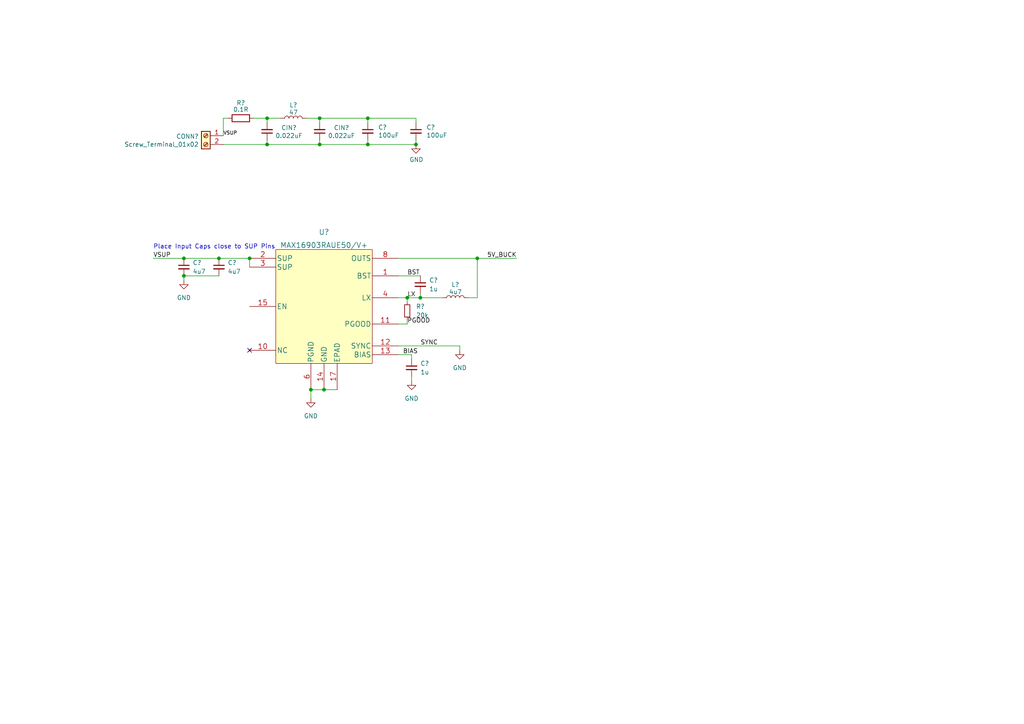
<source format=kicad_sch>
(kicad_sch (version 20211123) (generator eeschema)
  (paper "A4")
  (lib_symbols
    (symbol "Connector:Screw_Terminal_01x02" (pin_names (offset 1.016) hide)
      (property "Reference" "J" (at 0 2.54 0))
      (property "Value" "Screw_Terminal_01x02" (at 0 -5.08 0))
      (symbol "Screw_Terminal_01x02_1_1"
        (rectangle (start -1.27 1.27) (end 1.27 -3.81) (stroke (width 0.254)) (fill (type background)))
        (circle (center 0 -2.54) (radius 0.635) (stroke (width 0.1524)))
        (polyline (pts (xy -0.5334 -2.2098) (xy 0.3302 -3.048)) (stroke (width 0.1524)))
        (polyline (pts (xy -0.5334 0.3302) (xy 0.3302 -0.508)) (stroke (width 0.1524)))
        (polyline (pts (xy -0.3556 -2.032) (xy 0.508 -2.8702)) (stroke (width 0.1524)))
        (polyline (pts (xy -0.3556 0.508) (xy 0.508 -0.3302)) (stroke (width 0.1524)))
        (circle (center 0 0) (radius 0.635) (stroke (width 0.1524)))
        (pin passive line (at -5.08 0 0) (length 3.81) (name "Pin_1") (number "1"))
        (pin passive line (at -5.08 -2.54 0) (length 3.81) (name "Pin_2") (number "2"))
      )
    )
    (symbol "Device:C_Small" (pin_numbers hide) (pin_names (offset 0.254) hide)
      (property "Reference" "C" (at 0.254 1.778 0))
      (property "Value" "C_Small" (at 0.254 -2.032 0))
      (symbol "C_Small_0_1"
        (polyline (pts (xy -1.524 -0.508) (xy 1.524 -0.508)) (stroke (width 0.3302)))
        (polyline (pts (xy -1.524 0.508) (xy 1.524 0.508)) (stroke (width 0.3048)))
      )
      (symbol "C_Small_1_1"
        (pin passive line (at 0 2.54 270) (length 2.032) (name "~") (number "1"))
        (pin passive line (at 0 -2.54 90) (length 2.032) (name "~") (number "2"))
      )
    )
    (symbol "Device:L" (pin_numbers hide) (pin_names (offset 1.016) hide)
      (property "Reference" "L" (at -1.27 0 90))
      (property "Value" "L" (at 1.905 0 90))
      (symbol "L_0_1"
        (arc (start 0 -2.54) (mid 0.635 -1.905) (end 0 -1.27))
        (arc (start 0 -1.27) (mid 0.635 -0.635) (end 0 0))
        (arc (start 0 0) (mid 0.635 0.635) (end 0 1.27))
        (arc (start 0 1.27) (mid 0.635 1.905) (end 0 2.54))
      )
      (symbol "L_1_1"
        (pin passive line (at 0 3.81 270) (length 1.27) (name "1") (number "1"))
        (pin passive line (at 0 -3.81 90) (length 1.27) (name "2") (number "2"))
      )
    )
    (symbol "Device:R" (pin_numbers hide) (pin_names (offset 0))
      (property "Reference" "R" (at 2.032 0 90))
      (property "Value" "R" (at 0 0 90))
      (symbol "R_0_1"
        (rectangle (start -1.016 -2.54) (end 1.016 2.54) (stroke (width 0.254)))
      )
      (symbol "R_1_1"
        (pin passive line (at 0 3.81 270) (length 1.27) (name "~") (number "1"))
        (pin passive line (at 0 -3.81 90) (length 1.27) (name "~") (number "2"))
      )
    )
    (symbol "Device:R_Small" (pin_numbers hide) (pin_names (offset 0.254) hide)
      (property "Reference" "R" (at 0.762 0.508 0))
      (property "Value" "R_Small" (at 0.762 -1.016 0))
      (symbol "R_Small_0_1"
        (rectangle (start -0.762 1.778) (end 0.762 -1.778) (stroke (width 0.2032)))
      )
      (symbol "R_Small_1_1"
        (pin passive line (at 0 2.54 270) (length 0.762) (name "~") (number "1"))
        (pin passive line (at 0 -2.54 90) (length 0.762) (name "~") (number "2"))
      )
    )
    (symbol "power:GND" (power) (pin_names (offset 0))
      (property "Value" "GND" (at 0 -3.81 0))
      (symbol "GND_0_1"
        (polyline (pts (xy 0 0) (xy 0 -1.27) (xy 1.27 -1.27) (xy 0 -2.54) (xy -1.27 -1.27) (xy 0 -1.27)))
      )
      (symbol "GND_1_1"
        (pin power_in line (at 0 0 270) (length 0) hide (name "GND") (number "1"))
      )
    )
    (symbol "project_sym_lib:MAX16903RAUE50{slash}V+" (pin_names (offset 0.254))
      (property "Reference" "U" (at 0 0 0))
      (property "Value" "MAX16903RAUE50{slash}V+" (at 0 5.08 0))
      (symbol "MAX16903RAUE50{slash}V+_1_1"
        (rectangle (start -13.97 16.51) (end 13.97 -16.51) (fill (type background)))
        (pin bidirectional line (at 21.59 8.89 180) (length 7.62) (name "BST") (number "1"))
        (pin no_connect line (at -21.59 -12.7 0) (length 7.62) (name "NC") (number "10"))
        (pin bidirectional line (at 21.59 -5.08 180) (length 7.62) (name "PGOOD") (number "11"))
        (pin bidirectional line (at 21.59 -11.43 180) (length 7.62) (name "SYNC") (number "12"))
        (pin bidirectional line (at 21.59 -13.97 180) (length 7.62) (name "BIAS") (number "13"))
        (pin power_in line (at 0 -24.13 90) (length 7.62) (name "GND") (number "14"))
        (pin bidirectional line (at -21.59 0 0) (length 7.62) (name "EN") (number "15"))
        (pin no_connect line (at -21.59 -12.7 0) (length 7.62) hide (name "NC") (number "16"))
        (pin power_in line (at 3.81 -24.13 90) (length 7.62) (name "EPAD") (number "17"))
        (pin bidirectional line (at -21.59 13.97 0) (length 7.62) (name "SUP") (number "2"))
        (pin bidirectional line (at -21.59 11.43 0) (length 7.62) (name "SUP") (number "3"))
        (pin bidirectional line (at 21.59 2.54 180) (length 7.62) (name "LX") (number "4"))
        (pin bidirectional line (at 21.59 2.54 180) (length 7.62) hide (name "LX") (number "5"))
        (pin power_in line (at -3.81 -24.13 90) (length 7.62) (name "PGND") (number "6"))
        (pin power_in line (at -3.81 -24.13 90) (length 7.62) hide (name "PGND") (number "7"))
        (pin power_out line (at 21.59 13.97 180) (length 7.62) (name "OUTS") (number "8"))
        (pin no_connect line (at -21.59 -12.7 0) (length 7.62) hide (name "NC") (number "9"))
      )
    )
  )
  (junction (at 138.43 74.93))
  (junction (at 93.98 113.03))
  (junction (at 53.34 80.01))
  (junction (at 77.47 41.91))
  (junction (at 106.68 34.29))
  (junction (at 120.65 41.91))
  (junction (at 63.5 74.93))
  (junction (at 118.11 86.36))
  (junction (at 53.34 74.93))
  (junction (at 121.92 86.36))
  (junction (at 72.39 74.93))
  (junction (at 92.71 34.29))
  (junction (at 90.17 113.03))
  (junction (at 77.47 34.29))
  (junction (at 106.68 41.91))
  (junction (at 92.71 41.91))
  (no_connect (at 72.39 101.6))
  (wire (pts (xy 88.9 34.29) (xy 92.71 34.29)))
  (wire (pts (xy 115.57 93.98) (xy 118.11 93.98)))
  (wire (pts (xy 115.57 102.87) (xy 119.38 102.87)))
  (wire (pts (xy 115.57 100.33) (xy 133.35 100.33)))
  (wire (pts (xy 92.71 40.64) (xy 92.71 41.91)))
  (wire (pts (xy 90.17 115.57) (xy 90.17 113.03)))
  (wire (pts (xy 106.68 34.29) (xy 120.65 34.29)))
  (wire (pts (xy 106.68 41.91) (xy 120.65 41.91)))
  (wire (pts (xy 44.45 74.93) (xy 53.34 74.93)))
  (wire (pts (xy 121.92 86.36) (xy 128.27 86.36)))
  (wire (pts (xy 115.57 86.36) (xy 118.11 86.36)))
  (wire (pts (xy 72.39 74.93) (xy 72.39 77.47)))
  (wire (pts (xy 120.65 34.29) (xy 120.65 35.56)))
  (wire (pts (xy 121.92 86.36) (xy 121.92 85.09)))
  (wire (pts (xy 119.38 102.87) (xy 119.38 104.14)))
  (wire (pts (xy 77.47 34.29) (xy 77.47 35.56)))
  (wire (pts (xy 118.11 86.36) (xy 121.92 86.36)))
  (wire (pts (xy 115.57 74.93) (xy 138.43 74.93)))
  (wire (pts (xy 77.47 40.64) (xy 77.47 41.91)))
  (wire (pts (xy 53.34 80.01) (xy 63.5 80.01)))
  (wire (pts (xy 64.77 34.29) (xy 66.04 34.29)))
  (wire (pts (xy 64.77 34.29) (xy 64.77 39.37)))
  (wire (pts (xy 77.47 34.29) (xy 81.28 34.29)))
  (wire (pts (xy 133.35 100.33) (xy 133.35 101.6)))
  (wire (pts (xy 119.38 110.49) (xy 119.38 109.22)))
  (wire (pts (xy 73.66 34.29) (xy 77.47 34.29)))
  (wire (pts (xy 92.71 34.29) (xy 106.68 34.29)))
  (wire (pts (xy 92.71 41.91) (xy 106.68 41.91)))
  (wire (pts (xy 138.43 74.93) (xy 149.86 74.93)))
  (wire (pts (xy 106.68 40.64) (xy 106.68 41.91)))
  (wire (pts (xy 93.98 113.03) (xy 97.79 113.03)))
  (wire (pts (xy 53.34 81.28) (xy 53.34 80.01)))
  (wire (pts (xy 106.68 34.29) (xy 106.68 35.56)))
  (wire (pts (xy 118.11 93.98) (xy 118.11 92.71)))
  (wire (pts (xy 115.57 80.01) (xy 121.92 80.01)))
  (wire (pts (xy 118.11 86.36) (xy 118.11 87.63)))
  (wire (pts (xy 92.71 34.29) (xy 92.71 35.56)))
  (wire (pts (xy 63.5 74.93) (xy 72.39 74.93)))
  (wire (pts (xy 92.71 41.91) (xy 77.47 41.91)))
  (wire (pts (xy 64.77 41.91) (xy 77.47 41.91)))
  (wire (pts (xy 90.17 113.03) (xy 93.98 113.03)))
  (wire (pts (xy 120.65 40.64) (xy 120.65 41.91)))
  (wire (pts (xy 138.43 74.93) (xy 138.43 86.36)))
  (wire (pts (xy 138.43 86.36) (xy 135.89 86.36)))
  (wire (pts (xy 53.34 74.93) (xy 63.5 74.93)))
  (text "Place Input Caps close to SUP Pins" (at 44.45 72.39 0) (effects (font (size 1.27 1.27)) (justify left bottom)))
  (label "VSUP" (at 44.45 74.93 0))
  (label "BIAS" (at 116.84 102.87 0))
  (label "5V_BUCK" (at 149.86 74.93 180))
  (label "BST" (at 118.11 80.01 0))
  (label "LX" (at 118.11 86.36 0))
  (label "VSUP" (at 64.77 39.37 0) (effects (font (size 1 1))))
  (label "SYNC" (at 121.92 100.33 0))
  (label "PGOOD" (at 118.11 93.98 0))
  (symbol (lib_id "power:GND") (at 53.34 81.28 0) (unit 1)
    (property "Reference" "#PWR?" (effects hide))
    (property "Value" "GND" (at 53.34 86.36 0))
  )
  (symbol (lib_id "Device:R") (at 69.85 34.29 90) (unit 1)
    (property "Reference" "R?" (at 69.85 29.845 90))
    (property "Value" "0.1R" (at 69.85 31.75 90))
    (property "Footprint" "Resistor_SMD:R_2512_6332Metric" (effects hide))
    (property "infineonRef" "RPVDD1" (effects hide))
    (property "price" "0,49" (effects hide))
  )
  (symbol (lib_id "project_sym_lib:MAX16903RAUE50{slash}V+") (at 93.98 88.9 0) (unit 1)
    (property "Reference" "U?" (at 93.98 67.31 0) (effects (font (size 1.524 1.524))))
    (property "Value" "MAX16903RAUE50/V+" (at 93.98 71.12 0) (effects (font (size 1.524 1.524))))
    (property "Footprint" "project_footprints:MAX16903RAUE50&slash_V&plus_" (effects hide))
    (property "Datasheet" "https://datasheets.maximintegrated.com/en/ds/MAX16903.pdf" (effects hide))
  )
  (symbol (lib_id "Device:C_Small") (at 77.47 38.1 0) (mirror x) (unit 1)
    (property "Reference" "CIN?" (at 83.82 37.0586 0))
    (property "Value" "0.022uF" (at 83.82 39.37 0))
    (property "Footprint" "Capacitor_SMD:C_1206_3216Metric" (effects hide))
    (property "infineonRef" "CIN0" (effects hide))
    (property "property_1" "C0G/NP0" (effects hide))
    (property "property_2" "50V" (effects hide))
    (property "manufacturerRef" "GRM3195C1H223JA01D" (effects hide))
    (property "price" "0,22" (effects hide))
  )
  (symbol (lib_id "Connector:Screw_Terminal_01x02") (at 59.69 39.37 0) (mirror y) (unit 1)
    (property "Reference" "CONN?" (at 57.658 39.5732 0) (effects (justify left)))
    (property "Value" "Screw_Terminal_01x02" (at 57.658 41.8846 0) (effects (justify left)))
    (property "Footprint" "TerminalBlock_Phoenix:TerminalBlock_Phoenix_MKDS-1,5-2_1x02_P5.00mm_Horizontal" (effects hide))
    (property "price" "2" (effects hide))
  )
  (symbol (lib_id "Device:R_Small") (at 118.11 90.17 0) (unit 1)
    (property "Reference" "R?" (at 120.65 88.8999 0) (effects (justify left)))
    (property "Value" "20k" (at 120.65 91.4399 0) (effects (justify left)))
    (property "Footprint" "Resistor_SMD:R_0805_2012Metric" (effects hide))
  )
  (symbol (lib_id "Device:C_Small") (at 106.68 38.1 0) (unit 1)
    (property "Reference" "C?" (at 109.6772 36.9316 0) (effects (justify left)))
    (property "Value" "100uF" (at 109.6772 39.243 0) (effects (justify left)))
    (property "Footprint" "Capacitor_THT:CP_Radial_D10.0mm_P5.00mm" (effects hide))
    (property "infineonRef" "CSUP1" (effects hide))
    (property "property_2" "UWT" (effects hide))
    (property "property_1" "35V" (effects hide))
    (property "DigikeyRef" "UFG1V101MPM" (effects hide))
    (property "price" "0,49" (effects hide))
  )
  (symbol (lib_id "Device:C_Small") (at 53.34 77.47 0) (unit 1)
    (property "Reference" "C?" (at 55.88 76.2062 0) (effects (justify left)))
    (property "Value" "4u7" (at 55.88 78.7462 0) (effects (justify left)))
    (property "Footprint" "Capacitor_SMD:C_0805_2012Metric" (effects hide))
  )
  (symbol (lib_id "Device:C_Small") (at 92.71 38.1 0) (mirror x) (unit 1)
    (property "Reference" "CIN?" (at 99.06 37.0586 0))
    (property "Value" "0.022uF" (at 99.06 39.37 0))
    (property "Footprint" "Capacitor_SMD:C_1206_3216Metric" (effects hide))
    (property "infineonRef" "CIN1" (effects hide))
    (property "property_1" "C0G/NP0" (effects hide))
    (property "property_2" "50V" (effects hide))
    (property "manufacturerRef" "GRM3195C1H223JA01D" (effects hide))
    (property "price" "0,22" (effects hide))
  )
  (symbol (lib_id "power:GND") (at 119.38 110.49 0) (unit 1)
    (property "Reference" "#PWR?" (effects hide))
    (property "Value" "GND" (at 119.38 115.57 0))
  )
  (symbol (lib_id "Device:C_Small") (at 121.92 82.55 0) (unit 1)
    (property "Reference" "C?" (at 124.46 81.2862 0) (effects (justify left)))
    (property "Value" "1u" (at 124.46 83.8262 0) (effects (justify left)))
    (property "Footprint" "Capacitor_SMD:C_0805_2012Metric" (effects hide))
  )
  (symbol (lib_id "Device:L") (at 85.09 34.29 90) (unit 1)
    (property "Reference" "L?" (at 85.09 30.48 90))
    (property "Value" "47" (at 85.09 32.6136 90))
    (property "Footprint" "Inductor_SMD:L_2010_5025Metric" (effects hide))
    (property "infineonRef" "LSUP1" (effects hide))
    (property "price" "0,21" (effects hide))
  )
  (symbol (lib_id "Device:C_Small") (at 119.38 106.68 0) (unit 1)
    (property "Reference" "C?" (at 121.92 105.4162 0) (effects (justify left)))
    (property "Value" "1u" (at 121.92 107.9562 0) (effects (justify left)))
    (property "Footprint" "Capacitor_SMD:C_0805_2012Metric" (effects hide))
  )
  (symbol (lib_id "Device:C_Small") (at 120.65 38.1 0) (unit 1)
    (property "Reference" "C?" (at 123.6472 36.9316 0) (effects (justify left)))
    (property "Value" "100uF" (at 123.6472 39.243 0) (effects (justify left)))
    (property "Footprint" "Capacitor_THT:CP_Radial_D10.0mm_P5.00mm" (effects hide))
    (property "infineonRef" "CSUP2" (effects hide))
    (property "property_2" "UWT" (effects hide))
    (property "property_1" "35V" (effects hide))
    (property "DigikeyRef" "UFG1V101MPM" (effects hide))
    (property "price" "0,49" (effects hide))
  )
  (symbol (lib_id "power:GND") (at 120.65 41.91 0) (unit 1)
    (property "Reference" "#PWR?" (effects hide))
    (property "Value" "GND" (at 120.777 46.3042 0))
  )
  (symbol (lib_id "power:GND") (at 90.17 115.57 0) (unit 1)
    (property "Reference" "#PWR?" (effects hide))
    (property "Value" "GND" (at 90.17 120.65 0))
  )
  (symbol (lib_id "Device:C_Small") (at 63.5 77.47 0) (unit 1)
    (property "Reference" "C?" (at 66.04 76.2062 0) (effects (justify left)))
    (property "Value" "4u7" (at 66.04 78.7462 0) (effects (justify left)))
    (property "Footprint" "Capacitor_SMD:C_0805_2012Metric" (effects hide))
  )
  (symbol (lib_id "power:GND") (at 133.35 101.6 0) (unit 1)
    (property "Reference" "#PWR?" (effects hide))
    (property "Value" "GND" (at 133.35 106.68 0))
  )
  (symbol (lib_id "Device:L") (at 132.08 86.36 90) (unit 1)
    (property "Reference" "L?" (at 132.08 82.55 90))
    (property "Value" "4u7" (at 132.08 84.6836 90))
    (property "Footprint" "Inductor_SMD:L_2010_5025Metric" (effects hide))
    (property "infineonRef" "LSUP1" (effects hide))
    (property "price" "0,21" (effects hide))
  )
)
</source>
